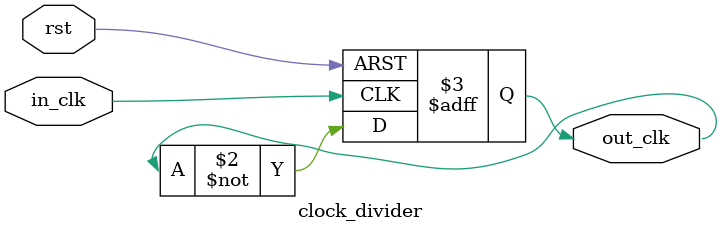
<source format=sv>
module clock_divider (
		input logic in_clk, //50 MHz
		input logic rst, 
		output logic out_clk //25MHz
	);

	always @(posedge in_clk, posedge rst) begin
		if (rst)
			out_clk <= 0;
		else if (in_clk)
			out_clk <= ~out_clk;
	end

endmodule

</source>
